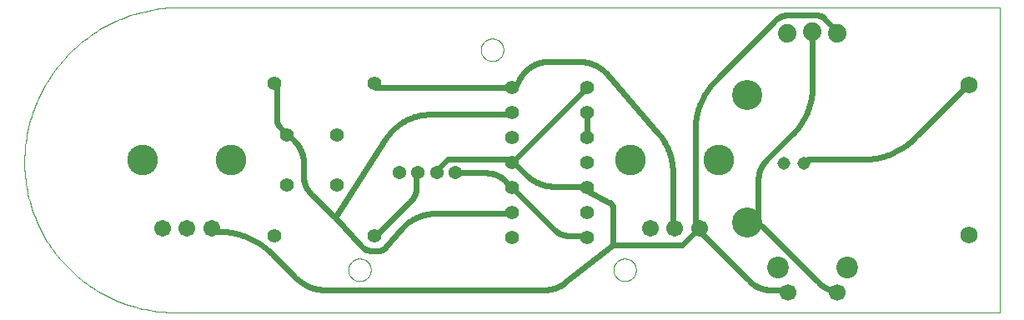
<source format=gtl>
G75*
%MOIN*%
%OFA0B0*%
%FSLAX25Y25*%
%IPPOS*%
%LPD*%
%AMOC8*
5,1,8,0,0,1.08239X$1,22.5*
%
%ADD10C,0.00000*%
%ADD11C,0.12000*%
%ADD12C,0.05600*%
%ADD13C,0.05156*%
%ADD14C,0.06900*%
%ADD15C,0.06731*%
%ADD16C,0.12268*%
%ADD17C,0.05400*%
%ADD18C,0.08661*%
%ADD19C,0.06693*%
%ADD20C,0.07400*%
%ADD21C,0.02400*%
D10*
X0067008Y0011800D02*
X0396564Y0011800D01*
X0396564Y0133847D01*
X0069822Y0133847D01*
X0189300Y0116800D02*
X0189302Y0116934D01*
X0189308Y0117068D01*
X0189318Y0117201D01*
X0189332Y0117335D01*
X0189350Y0117468D01*
X0189372Y0117600D01*
X0189397Y0117731D01*
X0189427Y0117862D01*
X0189461Y0117992D01*
X0189498Y0118120D01*
X0189539Y0118248D01*
X0189584Y0118374D01*
X0189633Y0118499D01*
X0189685Y0118622D01*
X0189741Y0118744D01*
X0189801Y0118864D01*
X0189864Y0118982D01*
X0189931Y0119098D01*
X0190001Y0119212D01*
X0190075Y0119324D01*
X0190152Y0119434D01*
X0190232Y0119542D01*
X0190315Y0119647D01*
X0190401Y0119749D01*
X0190490Y0119849D01*
X0190583Y0119946D01*
X0190678Y0120041D01*
X0190776Y0120132D01*
X0190876Y0120221D01*
X0190979Y0120306D01*
X0191085Y0120389D01*
X0191193Y0120468D01*
X0191303Y0120544D01*
X0191416Y0120617D01*
X0191531Y0120686D01*
X0191647Y0120752D01*
X0191766Y0120814D01*
X0191886Y0120873D01*
X0192009Y0120928D01*
X0192132Y0120980D01*
X0192257Y0121027D01*
X0192384Y0121071D01*
X0192512Y0121112D01*
X0192641Y0121148D01*
X0192771Y0121181D01*
X0192902Y0121209D01*
X0193033Y0121234D01*
X0193166Y0121255D01*
X0193299Y0121272D01*
X0193432Y0121285D01*
X0193566Y0121294D01*
X0193700Y0121299D01*
X0193834Y0121300D01*
X0193967Y0121297D01*
X0194101Y0121290D01*
X0194235Y0121279D01*
X0194368Y0121264D01*
X0194501Y0121245D01*
X0194633Y0121222D01*
X0194764Y0121196D01*
X0194894Y0121165D01*
X0195024Y0121130D01*
X0195152Y0121092D01*
X0195279Y0121050D01*
X0195405Y0121004D01*
X0195530Y0120954D01*
X0195653Y0120901D01*
X0195774Y0120844D01*
X0195894Y0120783D01*
X0196011Y0120719D01*
X0196127Y0120652D01*
X0196241Y0120581D01*
X0196352Y0120506D01*
X0196461Y0120429D01*
X0196568Y0120348D01*
X0196673Y0120264D01*
X0196774Y0120177D01*
X0196874Y0120087D01*
X0196970Y0119994D01*
X0197064Y0119898D01*
X0197155Y0119799D01*
X0197242Y0119698D01*
X0197327Y0119594D01*
X0197409Y0119488D01*
X0197487Y0119380D01*
X0197562Y0119269D01*
X0197634Y0119156D01*
X0197703Y0119040D01*
X0197768Y0118923D01*
X0197829Y0118804D01*
X0197887Y0118683D01*
X0197941Y0118561D01*
X0197992Y0118437D01*
X0198039Y0118311D01*
X0198082Y0118184D01*
X0198121Y0118056D01*
X0198157Y0117927D01*
X0198188Y0117797D01*
X0198216Y0117666D01*
X0198240Y0117534D01*
X0198260Y0117401D01*
X0198276Y0117268D01*
X0198288Y0117135D01*
X0198296Y0117001D01*
X0198300Y0116867D01*
X0198300Y0116733D01*
X0198296Y0116599D01*
X0198288Y0116465D01*
X0198276Y0116332D01*
X0198260Y0116199D01*
X0198240Y0116066D01*
X0198216Y0115934D01*
X0198188Y0115803D01*
X0198157Y0115673D01*
X0198121Y0115544D01*
X0198082Y0115416D01*
X0198039Y0115289D01*
X0197992Y0115163D01*
X0197941Y0115039D01*
X0197887Y0114917D01*
X0197829Y0114796D01*
X0197768Y0114677D01*
X0197703Y0114560D01*
X0197634Y0114444D01*
X0197562Y0114331D01*
X0197487Y0114220D01*
X0197409Y0114112D01*
X0197327Y0114006D01*
X0197242Y0113902D01*
X0197155Y0113801D01*
X0197064Y0113702D01*
X0196970Y0113606D01*
X0196874Y0113513D01*
X0196774Y0113423D01*
X0196673Y0113336D01*
X0196568Y0113252D01*
X0196461Y0113171D01*
X0196352Y0113094D01*
X0196241Y0113019D01*
X0196127Y0112948D01*
X0196011Y0112881D01*
X0195894Y0112817D01*
X0195774Y0112756D01*
X0195653Y0112699D01*
X0195530Y0112646D01*
X0195405Y0112596D01*
X0195279Y0112550D01*
X0195152Y0112508D01*
X0195024Y0112470D01*
X0194894Y0112435D01*
X0194764Y0112404D01*
X0194633Y0112378D01*
X0194501Y0112355D01*
X0194368Y0112336D01*
X0194235Y0112321D01*
X0194101Y0112310D01*
X0193967Y0112303D01*
X0193834Y0112300D01*
X0193700Y0112301D01*
X0193566Y0112306D01*
X0193432Y0112315D01*
X0193299Y0112328D01*
X0193166Y0112345D01*
X0193033Y0112366D01*
X0192902Y0112391D01*
X0192771Y0112419D01*
X0192641Y0112452D01*
X0192512Y0112488D01*
X0192384Y0112529D01*
X0192257Y0112573D01*
X0192132Y0112620D01*
X0192009Y0112672D01*
X0191886Y0112727D01*
X0191766Y0112786D01*
X0191647Y0112848D01*
X0191531Y0112914D01*
X0191416Y0112983D01*
X0191303Y0113056D01*
X0191193Y0113132D01*
X0191085Y0113211D01*
X0190979Y0113294D01*
X0190876Y0113379D01*
X0190776Y0113468D01*
X0190678Y0113559D01*
X0190583Y0113654D01*
X0190490Y0113751D01*
X0190401Y0113851D01*
X0190315Y0113953D01*
X0190232Y0114058D01*
X0190152Y0114166D01*
X0190075Y0114276D01*
X0190001Y0114388D01*
X0189931Y0114502D01*
X0189864Y0114618D01*
X0189801Y0114736D01*
X0189741Y0114856D01*
X0189685Y0114978D01*
X0189633Y0115101D01*
X0189584Y0115226D01*
X0189539Y0115352D01*
X0189498Y0115480D01*
X0189461Y0115608D01*
X0189427Y0115738D01*
X0189397Y0115869D01*
X0189372Y0116000D01*
X0189350Y0116132D01*
X0189332Y0116265D01*
X0189318Y0116399D01*
X0189308Y0116532D01*
X0189302Y0116666D01*
X0189300Y0116800D01*
X0069822Y0133848D02*
X0068319Y0133849D01*
X0066816Y0133815D01*
X0065314Y0133744D01*
X0063815Y0133637D01*
X0062319Y0133494D01*
X0060827Y0133314D01*
X0059339Y0133099D01*
X0057857Y0132848D01*
X0056381Y0132561D01*
X0054913Y0132238D01*
X0053454Y0131880D01*
X0052003Y0131487D01*
X0050562Y0131059D01*
X0049132Y0130596D01*
X0047713Y0130099D01*
X0046307Y0129568D01*
X0044914Y0129003D01*
X0043536Y0128404D01*
X0042172Y0127772D01*
X0040823Y0127108D01*
X0039492Y0126411D01*
X0038177Y0125682D01*
X0036880Y0124921D01*
X0035603Y0124130D01*
X0034344Y0123308D01*
X0033106Y0122455D01*
X0031889Y0121573D01*
X0030694Y0120662D01*
X0029521Y0119722D01*
X0028371Y0118754D01*
X0027244Y0117759D01*
X0026142Y0116737D01*
X0025065Y0115688D01*
X0024014Y0114614D01*
X0022989Y0113514D01*
X0021991Y0112390D01*
X0021020Y0111243D01*
X0020078Y0110072D01*
X0019164Y0108878D01*
X0018279Y0107663D01*
X0017423Y0106427D01*
X0016598Y0105171D01*
X0015804Y0103895D01*
X0015040Y0102601D01*
X0014308Y0101288D01*
X0013608Y0099958D01*
X0012940Y0098611D01*
X0012305Y0097249D01*
X0011703Y0095871D01*
X0011134Y0094480D01*
X0010600Y0093075D01*
X0010099Y0091658D01*
X0009633Y0090229D01*
X0009201Y0088789D01*
X0008805Y0087339D01*
X0008443Y0085880D01*
X0008117Y0084413D01*
X0007826Y0082938D01*
X0007572Y0081457D01*
X0007353Y0079970D01*
X0007170Y0078478D01*
X0007023Y0076982D01*
X0006912Y0075483D01*
X0006838Y0073981D01*
X0006799Y0072479D01*
X0006800Y0072479D02*
X0006800Y0072008D01*
X0006818Y0070553D01*
X0006870Y0069099D01*
X0006958Y0067647D01*
X0007081Y0066197D01*
X0007239Y0064751D01*
X0007432Y0063309D01*
X0007659Y0061872D01*
X0007922Y0060440D01*
X0008218Y0059016D01*
X0008550Y0057599D01*
X0008915Y0056191D01*
X0009314Y0054792D01*
X0009747Y0053403D01*
X0010213Y0052024D01*
X0010713Y0050658D01*
X0011245Y0049304D01*
X0011810Y0047963D01*
X0012407Y0046636D01*
X0013036Y0045324D01*
X0013696Y0044028D01*
X0014388Y0042748D01*
X0015111Y0041485D01*
X0015863Y0040240D01*
X0016646Y0039013D01*
X0017458Y0037806D01*
X0018299Y0036619D01*
X0019168Y0035452D01*
X0020065Y0034307D01*
X0020990Y0033183D01*
X0021942Y0032083D01*
X0022920Y0031005D01*
X0023923Y0029952D01*
X0024952Y0028923D01*
X0026005Y0027920D01*
X0027083Y0026942D01*
X0028183Y0025990D01*
X0029307Y0025065D01*
X0030452Y0024168D01*
X0031619Y0023299D01*
X0032806Y0022458D01*
X0034013Y0021646D01*
X0035240Y0020863D01*
X0036485Y0020111D01*
X0037748Y0019388D01*
X0039028Y0018696D01*
X0040324Y0018036D01*
X0041636Y0017407D01*
X0042963Y0016810D01*
X0044304Y0016245D01*
X0045658Y0015713D01*
X0047024Y0015213D01*
X0048403Y0014747D01*
X0049792Y0014314D01*
X0051191Y0013915D01*
X0052599Y0013550D01*
X0054016Y0013218D01*
X0055440Y0012922D01*
X0056872Y0012659D01*
X0058309Y0012432D01*
X0059751Y0012239D01*
X0061197Y0012081D01*
X0062647Y0011958D01*
X0064099Y0011870D01*
X0065553Y0011818D01*
X0067008Y0011800D01*
X0136300Y0028800D02*
X0136302Y0028934D01*
X0136308Y0029068D01*
X0136318Y0029201D01*
X0136332Y0029335D01*
X0136350Y0029468D01*
X0136372Y0029600D01*
X0136397Y0029731D01*
X0136427Y0029862D01*
X0136461Y0029992D01*
X0136498Y0030120D01*
X0136539Y0030248D01*
X0136584Y0030374D01*
X0136633Y0030499D01*
X0136685Y0030622D01*
X0136741Y0030744D01*
X0136801Y0030864D01*
X0136864Y0030982D01*
X0136931Y0031098D01*
X0137001Y0031212D01*
X0137075Y0031324D01*
X0137152Y0031434D01*
X0137232Y0031542D01*
X0137315Y0031647D01*
X0137401Y0031749D01*
X0137490Y0031849D01*
X0137583Y0031946D01*
X0137678Y0032041D01*
X0137776Y0032132D01*
X0137876Y0032221D01*
X0137979Y0032306D01*
X0138085Y0032389D01*
X0138193Y0032468D01*
X0138303Y0032544D01*
X0138416Y0032617D01*
X0138531Y0032686D01*
X0138647Y0032752D01*
X0138766Y0032814D01*
X0138886Y0032873D01*
X0139009Y0032928D01*
X0139132Y0032980D01*
X0139257Y0033027D01*
X0139384Y0033071D01*
X0139512Y0033112D01*
X0139641Y0033148D01*
X0139771Y0033181D01*
X0139902Y0033209D01*
X0140033Y0033234D01*
X0140166Y0033255D01*
X0140299Y0033272D01*
X0140432Y0033285D01*
X0140566Y0033294D01*
X0140700Y0033299D01*
X0140834Y0033300D01*
X0140967Y0033297D01*
X0141101Y0033290D01*
X0141235Y0033279D01*
X0141368Y0033264D01*
X0141501Y0033245D01*
X0141633Y0033222D01*
X0141764Y0033196D01*
X0141894Y0033165D01*
X0142024Y0033130D01*
X0142152Y0033092D01*
X0142279Y0033050D01*
X0142405Y0033004D01*
X0142530Y0032954D01*
X0142653Y0032901D01*
X0142774Y0032844D01*
X0142894Y0032783D01*
X0143011Y0032719D01*
X0143127Y0032652D01*
X0143241Y0032581D01*
X0143352Y0032506D01*
X0143461Y0032429D01*
X0143568Y0032348D01*
X0143673Y0032264D01*
X0143774Y0032177D01*
X0143874Y0032087D01*
X0143970Y0031994D01*
X0144064Y0031898D01*
X0144155Y0031799D01*
X0144242Y0031698D01*
X0144327Y0031594D01*
X0144409Y0031488D01*
X0144487Y0031380D01*
X0144562Y0031269D01*
X0144634Y0031156D01*
X0144703Y0031040D01*
X0144768Y0030923D01*
X0144829Y0030804D01*
X0144887Y0030683D01*
X0144941Y0030561D01*
X0144992Y0030437D01*
X0145039Y0030311D01*
X0145082Y0030184D01*
X0145121Y0030056D01*
X0145157Y0029927D01*
X0145188Y0029797D01*
X0145216Y0029666D01*
X0145240Y0029534D01*
X0145260Y0029401D01*
X0145276Y0029268D01*
X0145288Y0029135D01*
X0145296Y0029001D01*
X0145300Y0028867D01*
X0145300Y0028733D01*
X0145296Y0028599D01*
X0145288Y0028465D01*
X0145276Y0028332D01*
X0145260Y0028199D01*
X0145240Y0028066D01*
X0145216Y0027934D01*
X0145188Y0027803D01*
X0145157Y0027673D01*
X0145121Y0027544D01*
X0145082Y0027416D01*
X0145039Y0027289D01*
X0144992Y0027163D01*
X0144941Y0027039D01*
X0144887Y0026917D01*
X0144829Y0026796D01*
X0144768Y0026677D01*
X0144703Y0026560D01*
X0144634Y0026444D01*
X0144562Y0026331D01*
X0144487Y0026220D01*
X0144409Y0026112D01*
X0144327Y0026006D01*
X0144242Y0025902D01*
X0144155Y0025801D01*
X0144064Y0025702D01*
X0143970Y0025606D01*
X0143874Y0025513D01*
X0143774Y0025423D01*
X0143673Y0025336D01*
X0143568Y0025252D01*
X0143461Y0025171D01*
X0143352Y0025094D01*
X0143241Y0025019D01*
X0143127Y0024948D01*
X0143011Y0024881D01*
X0142894Y0024817D01*
X0142774Y0024756D01*
X0142653Y0024699D01*
X0142530Y0024646D01*
X0142405Y0024596D01*
X0142279Y0024550D01*
X0142152Y0024508D01*
X0142024Y0024470D01*
X0141894Y0024435D01*
X0141764Y0024404D01*
X0141633Y0024378D01*
X0141501Y0024355D01*
X0141368Y0024336D01*
X0141235Y0024321D01*
X0141101Y0024310D01*
X0140967Y0024303D01*
X0140834Y0024300D01*
X0140700Y0024301D01*
X0140566Y0024306D01*
X0140432Y0024315D01*
X0140299Y0024328D01*
X0140166Y0024345D01*
X0140033Y0024366D01*
X0139902Y0024391D01*
X0139771Y0024419D01*
X0139641Y0024452D01*
X0139512Y0024488D01*
X0139384Y0024529D01*
X0139257Y0024573D01*
X0139132Y0024620D01*
X0139009Y0024672D01*
X0138886Y0024727D01*
X0138766Y0024786D01*
X0138647Y0024848D01*
X0138531Y0024914D01*
X0138416Y0024983D01*
X0138303Y0025056D01*
X0138193Y0025132D01*
X0138085Y0025211D01*
X0137979Y0025294D01*
X0137876Y0025379D01*
X0137776Y0025468D01*
X0137678Y0025559D01*
X0137583Y0025654D01*
X0137490Y0025751D01*
X0137401Y0025851D01*
X0137315Y0025953D01*
X0137232Y0026058D01*
X0137152Y0026166D01*
X0137075Y0026276D01*
X0137001Y0026388D01*
X0136931Y0026502D01*
X0136864Y0026618D01*
X0136801Y0026736D01*
X0136741Y0026856D01*
X0136685Y0026978D01*
X0136633Y0027101D01*
X0136584Y0027226D01*
X0136539Y0027352D01*
X0136498Y0027480D01*
X0136461Y0027608D01*
X0136427Y0027738D01*
X0136397Y0027869D01*
X0136372Y0028000D01*
X0136350Y0028132D01*
X0136332Y0028265D01*
X0136318Y0028399D01*
X0136308Y0028532D01*
X0136302Y0028666D01*
X0136300Y0028800D01*
X0242300Y0028800D02*
X0242302Y0028934D01*
X0242308Y0029068D01*
X0242318Y0029201D01*
X0242332Y0029335D01*
X0242350Y0029468D01*
X0242372Y0029600D01*
X0242397Y0029731D01*
X0242427Y0029862D01*
X0242461Y0029992D01*
X0242498Y0030120D01*
X0242539Y0030248D01*
X0242584Y0030374D01*
X0242633Y0030499D01*
X0242685Y0030622D01*
X0242741Y0030744D01*
X0242801Y0030864D01*
X0242864Y0030982D01*
X0242931Y0031098D01*
X0243001Y0031212D01*
X0243075Y0031324D01*
X0243152Y0031434D01*
X0243232Y0031542D01*
X0243315Y0031647D01*
X0243401Y0031749D01*
X0243490Y0031849D01*
X0243583Y0031946D01*
X0243678Y0032041D01*
X0243776Y0032132D01*
X0243876Y0032221D01*
X0243979Y0032306D01*
X0244085Y0032389D01*
X0244193Y0032468D01*
X0244303Y0032544D01*
X0244416Y0032617D01*
X0244531Y0032686D01*
X0244647Y0032752D01*
X0244766Y0032814D01*
X0244886Y0032873D01*
X0245009Y0032928D01*
X0245132Y0032980D01*
X0245257Y0033027D01*
X0245384Y0033071D01*
X0245512Y0033112D01*
X0245641Y0033148D01*
X0245771Y0033181D01*
X0245902Y0033209D01*
X0246033Y0033234D01*
X0246166Y0033255D01*
X0246299Y0033272D01*
X0246432Y0033285D01*
X0246566Y0033294D01*
X0246700Y0033299D01*
X0246834Y0033300D01*
X0246967Y0033297D01*
X0247101Y0033290D01*
X0247235Y0033279D01*
X0247368Y0033264D01*
X0247501Y0033245D01*
X0247633Y0033222D01*
X0247764Y0033196D01*
X0247894Y0033165D01*
X0248024Y0033130D01*
X0248152Y0033092D01*
X0248279Y0033050D01*
X0248405Y0033004D01*
X0248530Y0032954D01*
X0248653Y0032901D01*
X0248774Y0032844D01*
X0248894Y0032783D01*
X0249011Y0032719D01*
X0249127Y0032652D01*
X0249241Y0032581D01*
X0249352Y0032506D01*
X0249461Y0032429D01*
X0249568Y0032348D01*
X0249673Y0032264D01*
X0249774Y0032177D01*
X0249874Y0032087D01*
X0249970Y0031994D01*
X0250064Y0031898D01*
X0250155Y0031799D01*
X0250242Y0031698D01*
X0250327Y0031594D01*
X0250409Y0031488D01*
X0250487Y0031380D01*
X0250562Y0031269D01*
X0250634Y0031156D01*
X0250703Y0031040D01*
X0250768Y0030923D01*
X0250829Y0030804D01*
X0250887Y0030683D01*
X0250941Y0030561D01*
X0250992Y0030437D01*
X0251039Y0030311D01*
X0251082Y0030184D01*
X0251121Y0030056D01*
X0251157Y0029927D01*
X0251188Y0029797D01*
X0251216Y0029666D01*
X0251240Y0029534D01*
X0251260Y0029401D01*
X0251276Y0029268D01*
X0251288Y0029135D01*
X0251296Y0029001D01*
X0251300Y0028867D01*
X0251300Y0028733D01*
X0251296Y0028599D01*
X0251288Y0028465D01*
X0251276Y0028332D01*
X0251260Y0028199D01*
X0251240Y0028066D01*
X0251216Y0027934D01*
X0251188Y0027803D01*
X0251157Y0027673D01*
X0251121Y0027544D01*
X0251082Y0027416D01*
X0251039Y0027289D01*
X0250992Y0027163D01*
X0250941Y0027039D01*
X0250887Y0026917D01*
X0250829Y0026796D01*
X0250768Y0026677D01*
X0250703Y0026560D01*
X0250634Y0026444D01*
X0250562Y0026331D01*
X0250487Y0026220D01*
X0250409Y0026112D01*
X0250327Y0026006D01*
X0250242Y0025902D01*
X0250155Y0025801D01*
X0250064Y0025702D01*
X0249970Y0025606D01*
X0249874Y0025513D01*
X0249774Y0025423D01*
X0249673Y0025336D01*
X0249568Y0025252D01*
X0249461Y0025171D01*
X0249352Y0025094D01*
X0249241Y0025019D01*
X0249127Y0024948D01*
X0249011Y0024881D01*
X0248894Y0024817D01*
X0248774Y0024756D01*
X0248653Y0024699D01*
X0248530Y0024646D01*
X0248405Y0024596D01*
X0248279Y0024550D01*
X0248152Y0024508D01*
X0248024Y0024470D01*
X0247894Y0024435D01*
X0247764Y0024404D01*
X0247633Y0024378D01*
X0247501Y0024355D01*
X0247368Y0024336D01*
X0247235Y0024321D01*
X0247101Y0024310D01*
X0246967Y0024303D01*
X0246834Y0024300D01*
X0246700Y0024301D01*
X0246566Y0024306D01*
X0246432Y0024315D01*
X0246299Y0024328D01*
X0246166Y0024345D01*
X0246033Y0024366D01*
X0245902Y0024391D01*
X0245771Y0024419D01*
X0245641Y0024452D01*
X0245512Y0024488D01*
X0245384Y0024529D01*
X0245257Y0024573D01*
X0245132Y0024620D01*
X0245009Y0024672D01*
X0244886Y0024727D01*
X0244766Y0024786D01*
X0244647Y0024848D01*
X0244531Y0024914D01*
X0244416Y0024983D01*
X0244303Y0025056D01*
X0244193Y0025132D01*
X0244085Y0025211D01*
X0243979Y0025294D01*
X0243876Y0025379D01*
X0243776Y0025468D01*
X0243678Y0025559D01*
X0243583Y0025654D01*
X0243490Y0025751D01*
X0243401Y0025851D01*
X0243315Y0025953D01*
X0243232Y0026058D01*
X0243152Y0026166D01*
X0243075Y0026276D01*
X0243001Y0026388D01*
X0242931Y0026502D01*
X0242864Y0026618D01*
X0242801Y0026736D01*
X0242741Y0026856D01*
X0242685Y0026978D01*
X0242633Y0027101D01*
X0242584Y0027226D01*
X0242539Y0027352D01*
X0242498Y0027480D01*
X0242461Y0027608D01*
X0242427Y0027738D01*
X0242397Y0027869D01*
X0242372Y0028000D01*
X0242350Y0028132D01*
X0242332Y0028265D01*
X0242318Y0028399D01*
X0242308Y0028532D01*
X0242302Y0028666D01*
X0242300Y0028800D01*
D11*
X0295800Y0047800D03*
X0295800Y0098800D03*
D12*
X0231800Y0101800D03*
X0231800Y0091800D03*
X0231800Y0081800D03*
X0231800Y0071800D03*
X0231800Y0061800D03*
X0231800Y0051800D03*
X0231800Y0041800D03*
X0201800Y0041800D03*
X0201800Y0051800D03*
X0201800Y0061800D03*
X0201800Y0071800D03*
X0201800Y0081800D03*
X0201800Y0091800D03*
X0201800Y0101800D03*
X0146800Y0103300D03*
X0106800Y0103300D03*
X0111800Y0082800D03*
X0131800Y0082800D03*
X0131800Y0062800D03*
X0111800Y0062800D03*
X0106800Y0042300D03*
X0146800Y0042300D03*
D13*
X0310363Y0071300D03*
X0318237Y0071300D03*
D14*
X0384261Y0042824D03*
X0384261Y0102824D03*
D15*
X0276643Y0045265D03*
X0266800Y0045265D03*
X0256957Y0045265D03*
X0081643Y0045265D03*
X0071800Y0045265D03*
X0061957Y0045265D03*
D16*
X0054083Y0072824D03*
X0089517Y0072824D03*
X0249083Y0072824D03*
X0284517Y0072824D03*
D17*
X0179202Y0067824D03*
X0171702Y0067824D03*
X0164202Y0067824D03*
X0156702Y0067824D03*
D18*
X0308020Y0029643D03*
X0335580Y0029643D03*
D19*
X0331643Y0019800D03*
X0311957Y0019800D03*
D20*
X0311800Y0123406D03*
X0321800Y0124194D03*
X0331800Y0123406D03*
D21*
X0330800Y0125200D01*
X0326511Y0129489D01*
X0323828Y0130600D02*
X0311107Y0130600D01*
X0307851Y0129251D02*
X0282991Y0104391D01*
X0313824Y0083023D02*
X0314276Y0083487D01*
X0314718Y0083961D01*
X0315148Y0084446D01*
X0315567Y0084941D01*
X0315974Y0085446D01*
X0316368Y0085960D01*
X0316750Y0086483D01*
X0317120Y0087016D01*
X0317477Y0087557D01*
X0317821Y0088106D01*
X0318151Y0088664D01*
X0318469Y0089229D01*
X0318773Y0089801D01*
X0319063Y0090381D01*
X0319339Y0090967D01*
X0319601Y0091560D01*
X0319849Y0092159D01*
X0320083Y0092763D01*
X0320302Y0093373D01*
X0320507Y0093988D01*
X0320697Y0094608D01*
X0320872Y0095232D01*
X0321032Y0095860D01*
X0321178Y0096491D01*
X0321308Y0097126D01*
X0321423Y0097764D01*
X0321523Y0098404D01*
X0321607Y0099047D01*
X0321677Y0099691D01*
X0321731Y0100337D01*
X0321769Y0100984D01*
X0321792Y0101632D01*
X0321800Y0102280D01*
X0321800Y0124194D01*
X0323828Y0130600D02*
X0323947Y0130598D01*
X0324066Y0130593D01*
X0324185Y0130583D01*
X0324304Y0130570D01*
X0324422Y0130553D01*
X0324539Y0130533D01*
X0324656Y0130509D01*
X0324772Y0130481D01*
X0324887Y0130449D01*
X0325001Y0130414D01*
X0325114Y0130376D01*
X0325225Y0130334D01*
X0325335Y0130288D01*
X0325444Y0130239D01*
X0325551Y0130186D01*
X0325656Y0130131D01*
X0325760Y0130072D01*
X0325861Y0130009D01*
X0325961Y0129944D01*
X0326059Y0129875D01*
X0326154Y0129804D01*
X0326247Y0129729D01*
X0326338Y0129652D01*
X0326426Y0129571D01*
X0326511Y0129488D01*
X0311107Y0130600D02*
X0310973Y0130598D01*
X0310839Y0130592D01*
X0310706Y0130582D01*
X0310573Y0130569D01*
X0310440Y0130551D01*
X0310308Y0130530D01*
X0310176Y0130505D01*
X0310045Y0130476D01*
X0309915Y0130443D01*
X0309787Y0130407D01*
X0309659Y0130366D01*
X0309532Y0130322D01*
X0309407Y0130275D01*
X0309283Y0130223D01*
X0309161Y0130169D01*
X0309041Y0130110D01*
X0308922Y0130048D01*
X0308805Y0129983D01*
X0308690Y0129915D01*
X0308577Y0129843D01*
X0308466Y0129767D01*
X0308358Y0129689D01*
X0308251Y0129607D01*
X0308148Y0129523D01*
X0308046Y0129435D01*
X0307948Y0129345D01*
X0307851Y0129252D01*
X0260142Y0083415D02*
X0240133Y0106694D01*
X0231800Y0101800D02*
X0201800Y0071800D01*
X0203000Y0071200D01*
X0207499Y0066701D01*
X0201200Y0062200D02*
X0198936Y0064464D01*
X0201200Y0062200D02*
X0201800Y0061800D01*
X0203000Y0060400D01*
X0218237Y0045163D01*
X0224908Y0042400D02*
X0231800Y0042400D01*
X0231800Y0041800D01*
X0242200Y0038800D02*
X0269600Y0038800D01*
X0275000Y0044200D01*
X0276643Y0045265D01*
X0275000Y0046000D01*
X0275000Y0085099D01*
X0275008Y0085769D01*
X0275033Y0086438D01*
X0275074Y0087106D01*
X0275131Y0087773D01*
X0275205Y0088439D01*
X0275295Y0089102D01*
X0275402Y0089764D01*
X0275524Y0090422D01*
X0275663Y0091077D01*
X0275818Y0091728D01*
X0275988Y0092376D01*
X0276175Y0093019D01*
X0276377Y0093657D01*
X0276595Y0094291D01*
X0276828Y0094918D01*
X0277077Y0095540D01*
X0277341Y0096156D01*
X0277620Y0096764D01*
X0277913Y0097366D01*
X0278222Y0097961D01*
X0278545Y0098547D01*
X0278882Y0099126D01*
X0279233Y0099696D01*
X0279598Y0100257D01*
X0279977Y0100809D01*
X0280369Y0101352D01*
X0280775Y0101885D01*
X0281193Y0102408D01*
X0281624Y0102920D01*
X0282068Y0103422D01*
X0282524Y0103912D01*
X0282991Y0104392D01*
X0231800Y0091800D02*
X0231800Y0081800D01*
X0218366Y0062200D02*
X0218000Y0062204D01*
X0217635Y0062217D01*
X0217270Y0062239D01*
X0216905Y0062270D01*
X0216541Y0062309D01*
X0216179Y0062356D01*
X0215817Y0062413D01*
X0215457Y0062478D01*
X0215099Y0062551D01*
X0214743Y0062633D01*
X0214388Y0062724D01*
X0214036Y0062823D01*
X0213686Y0062930D01*
X0213339Y0063045D01*
X0212995Y0063169D01*
X0212654Y0063301D01*
X0212316Y0063441D01*
X0211981Y0063589D01*
X0211651Y0063745D01*
X0211324Y0063908D01*
X0211000Y0064080D01*
X0210682Y0064259D01*
X0210367Y0064446D01*
X0210057Y0064640D01*
X0209752Y0064841D01*
X0209451Y0065050D01*
X0209156Y0065265D01*
X0208866Y0065488D01*
X0208581Y0065718D01*
X0208301Y0065954D01*
X0208028Y0066197D01*
X0207760Y0066446D01*
X0207498Y0066701D01*
X0201800Y0071800D02*
X0201200Y0073000D01*
X0176000Y0073000D01*
X0172400Y0069400D01*
X0171702Y0067824D01*
X0169122Y0091000D02*
X0168599Y0090994D01*
X0168076Y0090974D01*
X0167554Y0090942D01*
X0167033Y0090898D01*
X0166513Y0090840D01*
X0165995Y0090770D01*
X0165479Y0090687D01*
X0164964Y0090592D01*
X0164453Y0090484D01*
X0163944Y0090363D01*
X0163438Y0090230D01*
X0162935Y0090085D01*
X0162436Y0089928D01*
X0161942Y0089758D01*
X0161451Y0089576D01*
X0160965Y0089383D01*
X0160484Y0089177D01*
X0160009Y0088960D01*
X0159538Y0088731D01*
X0159074Y0088491D01*
X0158615Y0088240D01*
X0158163Y0087977D01*
X0157717Y0087704D01*
X0157278Y0087419D01*
X0156846Y0087124D01*
X0156422Y0086818D01*
X0156005Y0086503D01*
X0155596Y0086177D01*
X0155195Y0085841D01*
X0154802Y0085495D01*
X0154418Y0085140D01*
X0154043Y0084776D01*
X0153677Y0084402D01*
X0153320Y0084020D01*
X0152972Y0083629D01*
X0152634Y0083230D01*
X0152306Y0082822D01*
X0151988Y0082407D01*
X0151681Y0081984D01*
X0151384Y0081554D01*
X0151097Y0081116D01*
X0131000Y0049600D01*
X0121205Y0059395D01*
X0118400Y0066167D02*
X0118400Y0071400D01*
X0118400Y0066167D02*
X0118403Y0065939D01*
X0118411Y0065711D01*
X0118424Y0065484D01*
X0118443Y0065257D01*
X0118468Y0065030D01*
X0118497Y0064804D01*
X0118533Y0064579D01*
X0118573Y0064355D01*
X0118619Y0064131D01*
X0118670Y0063909D01*
X0118726Y0063688D01*
X0118788Y0063469D01*
X0118855Y0063251D01*
X0118927Y0063035D01*
X0119004Y0062820D01*
X0119086Y0062608D01*
X0119173Y0062397D01*
X0119265Y0062189D01*
X0119363Y0061982D01*
X0119465Y0061779D01*
X0119571Y0061577D01*
X0119683Y0061378D01*
X0119799Y0061182D01*
X0119920Y0060989D01*
X0120046Y0060799D01*
X0120176Y0060612D01*
X0120310Y0060428D01*
X0120449Y0060247D01*
X0120592Y0060069D01*
X0120739Y0059895D01*
X0120890Y0059725D01*
X0121046Y0059558D01*
X0121205Y0059395D01*
X0131000Y0049600D02*
X0141480Y0038254D01*
X0145488Y0036500D02*
X0148496Y0036500D01*
X0150964Y0037654D02*
X0157574Y0045574D01*
X0147200Y0042400D02*
X0146800Y0042300D01*
X0147200Y0042400D02*
X0161252Y0056452D01*
X0171640Y0051400D02*
X0201200Y0051400D01*
X0201800Y0051800D01*
X0198936Y0064464D02*
X0198754Y0064642D01*
X0198567Y0064816D01*
X0198377Y0064985D01*
X0198182Y0065149D01*
X0197984Y0065309D01*
X0197781Y0065464D01*
X0197576Y0065615D01*
X0197366Y0065760D01*
X0197154Y0065900D01*
X0196938Y0066036D01*
X0196719Y0066166D01*
X0196496Y0066290D01*
X0196271Y0066410D01*
X0196043Y0066524D01*
X0195813Y0066632D01*
X0195580Y0066736D01*
X0195344Y0066833D01*
X0195107Y0066925D01*
X0194867Y0067011D01*
X0194625Y0067092D01*
X0194382Y0067166D01*
X0194136Y0067235D01*
X0193889Y0067298D01*
X0193641Y0067355D01*
X0193391Y0067407D01*
X0193141Y0067452D01*
X0192889Y0067491D01*
X0192636Y0067524D01*
X0192383Y0067552D01*
X0192129Y0067573D01*
X0191874Y0067588D01*
X0191620Y0067597D01*
X0191365Y0067600D01*
X0179600Y0067600D01*
X0179202Y0067824D01*
X0164202Y0067824D02*
X0163400Y0067600D01*
X0163400Y0061638D01*
X0163398Y0061463D01*
X0163392Y0061289D01*
X0163381Y0061115D01*
X0163367Y0060941D01*
X0163348Y0060767D01*
X0163325Y0060594D01*
X0163298Y0060422D01*
X0163267Y0060250D01*
X0163232Y0060079D01*
X0163193Y0059909D01*
X0163150Y0059740D01*
X0163103Y0059571D01*
X0163052Y0059405D01*
X0162997Y0059239D01*
X0162938Y0059075D01*
X0162875Y0058912D01*
X0162808Y0058751D01*
X0162737Y0058591D01*
X0162663Y0058433D01*
X0162585Y0058277D01*
X0162503Y0058123D01*
X0162417Y0057970D01*
X0162328Y0057820D01*
X0162236Y0057672D01*
X0162139Y0057527D01*
X0162040Y0057383D01*
X0161937Y0057242D01*
X0161831Y0057104D01*
X0161721Y0056968D01*
X0161608Y0056835D01*
X0161493Y0056704D01*
X0161374Y0056576D01*
X0161252Y0056451D01*
X0145488Y0036500D02*
X0145343Y0036502D01*
X0145198Y0036508D01*
X0145053Y0036517D01*
X0144908Y0036531D01*
X0144764Y0036548D01*
X0144620Y0036569D01*
X0144477Y0036594D01*
X0144335Y0036623D01*
X0144193Y0036656D01*
X0144053Y0036692D01*
X0143913Y0036732D01*
X0143775Y0036776D01*
X0143637Y0036823D01*
X0143501Y0036874D01*
X0143367Y0036929D01*
X0143234Y0036987D01*
X0143102Y0037049D01*
X0142973Y0037114D01*
X0142845Y0037183D01*
X0142719Y0037255D01*
X0142594Y0037330D01*
X0142472Y0037409D01*
X0142352Y0037491D01*
X0142235Y0037576D01*
X0142119Y0037664D01*
X0142006Y0037755D01*
X0141895Y0037849D01*
X0141787Y0037946D01*
X0141682Y0038046D01*
X0141579Y0038149D01*
X0141479Y0038254D01*
X0148496Y0036500D02*
X0148609Y0036502D01*
X0148721Y0036508D01*
X0148833Y0036518D01*
X0148945Y0036531D01*
X0149056Y0036549D01*
X0149166Y0036571D01*
X0149276Y0036596D01*
X0149384Y0036625D01*
X0149492Y0036658D01*
X0149598Y0036695D01*
X0149703Y0036735D01*
X0149807Y0036779D01*
X0149909Y0036827D01*
X0150009Y0036878D01*
X0150107Y0036933D01*
X0150204Y0036991D01*
X0150298Y0037053D01*
X0150390Y0037117D01*
X0150480Y0037185D01*
X0150567Y0037256D01*
X0150652Y0037330D01*
X0150734Y0037407D01*
X0150813Y0037487D01*
X0150890Y0037569D01*
X0150963Y0037654D01*
X0157574Y0045573D02*
X0157912Y0045904D01*
X0158259Y0046227D01*
X0158613Y0046541D01*
X0158974Y0046847D01*
X0159343Y0047144D01*
X0159719Y0047432D01*
X0160101Y0047711D01*
X0160490Y0047981D01*
X0160885Y0048242D01*
X0161286Y0048493D01*
X0161693Y0048735D01*
X0162106Y0048967D01*
X0162524Y0049189D01*
X0162948Y0049401D01*
X0163376Y0049602D01*
X0163809Y0049794D01*
X0164247Y0049975D01*
X0164688Y0050146D01*
X0165134Y0050306D01*
X0165583Y0050455D01*
X0166035Y0050594D01*
X0166491Y0050722D01*
X0166950Y0050839D01*
X0167411Y0050945D01*
X0167875Y0051041D01*
X0168341Y0051125D01*
X0168809Y0051198D01*
X0169278Y0051259D01*
X0169749Y0051310D01*
X0170221Y0051349D01*
X0170693Y0051377D01*
X0171167Y0051394D01*
X0171640Y0051400D01*
X0126860Y0020800D02*
X0126465Y0020805D01*
X0126071Y0020819D01*
X0125677Y0020844D01*
X0125284Y0020877D01*
X0124892Y0020921D01*
X0124501Y0020974D01*
X0124111Y0021037D01*
X0123723Y0021109D01*
X0123337Y0021191D01*
X0122953Y0021282D01*
X0122571Y0021382D01*
X0122192Y0021492D01*
X0121816Y0021612D01*
X0121443Y0021740D01*
X0121073Y0021877D01*
X0120706Y0022024D01*
X0120344Y0022180D01*
X0119985Y0022344D01*
X0119630Y0022517D01*
X0119280Y0022699D01*
X0118934Y0022889D01*
X0118593Y0023088D01*
X0118257Y0023295D01*
X0117926Y0023510D01*
X0117601Y0023733D01*
X0117281Y0023964D01*
X0116967Y0024203D01*
X0116659Y0024450D01*
X0116357Y0024704D01*
X0116061Y0024966D01*
X0115772Y0025234D01*
X0115490Y0025510D01*
X0105595Y0035405D01*
X0084361Y0044200D02*
X0082400Y0044200D01*
X0081643Y0045265D01*
X0126860Y0020800D02*
X0214629Y0020800D01*
X0222800Y0023617D02*
X0242200Y0038800D01*
X0242200Y0053041D01*
X0242198Y0053151D01*
X0242192Y0053261D01*
X0242183Y0053371D01*
X0242170Y0053480D01*
X0242153Y0053589D01*
X0242133Y0053697D01*
X0242108Y0053804D01*
X0242081Y0053910D01*
X0242049Y0054016D01*
X0242014Y0054120D01*
X0241975Y0054223D01*
X0241933Y0054325D01*
X0241888Y0054425D01*
X0241839Y0054524D01*
X0241787Y0054620D01*
X0241731Y0054715D01*
X0241672Y0054809D01*
X0241611Y0054900D01*
X0241546Y0054988D01*
X0241478Y0055075D01*
X0241407Y0055159D01*
X0241333Y0055241D01*
X0241257Y0055320D01*
X0241178Y0055397D01*
X0241096Y0055470D01*
X0241012Y0055541D01*
X0240925Y0055609D01*
X0240837Y0055674D01*
X0240746Y0055736D01*
X0240653Y0055795D01*
X0240558Y0055851D01*
X0240461Y0055903D01*
X0231800Y0060400D01*
X0231800Y0061800D01*
X0231800Y0062200D01*
X0218366Y0062200D01*
X0260142Y0083415D02*
X0260523Y0082960D01*
X0260893Y0082496D01*
X0261252Y0082023D01*
X0261599Y0081542D01*
X0261934Y0081052D01*
X0262257Y0080554D01*
X0262568Y0080048D01*
X0262866Y0079535D01*
X0263151Y0079015D01*
X0263424Y0078488D01*
X0263684Y0077954D01*
X0263930Y0077414D01*
X0264164Y0076868D01*
X0264384Y0076317D01*
X0264590Y0075761D01*
X0264782Y0075199D01*
X0264961Y0074633D01*
X0265126Y0074063D01*
X0265277Y0073489D01*
X0265414Y0072912D01*
X0265536Y0072331D01*
X0265645Y0071747D01*
X0265739Y0071161D01*
X0265819Y0070573D01*
X0265884Y0069983D01*
X0265935Y0069392D01*
X0265971Y0068800D01*
X0265993Y0068206D01*
X0266000Y0067613D01*
X0266000Y0046000D01*
X0266800Y0045265D01*
X0276643Y0045265D02*
X0276800Y0044200D01*
X0296944Y0024056D01*
X0304804Y0020800D02*
X0311000Y0020800D01*
X0311957Y0019800D01*
X0324654Y0023346D02*
X0300200Y0047800D01*
X0295800Y0047800D01*
X0300200Y0047800D02*
X0300200Y0065231D01*
X0300203Y0065478D01*
X0300212Y0065725D01*
X0300227Y0065972D01*
X0300248Y0066218D01*
X0300276Y0066463D01*
X0300309Y0066708D01*
X0300348Y0066952D01*
X0300393Y0067195D01*
X0300445Y0067436D01*
X0300502Y0067677D01*
X0300565Y0067916D01*
X0300633Y0068153D01*
X0300708Y0068389D01*
X0300788Y0068622D01*
X0300874Y0068854D01*
X0300966Y0069083D01*
X0301064Y0069310D01*
X0301166Y0069535D01*
X0301275Y0069757D01*
X0301389Y0069976D01*
X0301508Y0070193D01*
X0301632Y0070406D01*
X0301762Y0070616D01*
X0301896Y0070823D01*
X0302036Y0071027D01*
X0302181Y0071227D01*
X0302331Y0071424D01*
X0302485Y0071617D01*
X0302644Y0071806D01*
X0302808Y0071991D01*
X0302976Y0072172D01*
X0303148Y0072349D01*
X0303148Y0072348D02*
X0313824Y0083024D01*
X0320000Y0073000D02*
X0318237Y0071300D01*
X0320000Y0073000D02*
X0341988Y0073000D01*
X0362835Y0081635D02*
X0383000Y0101800D01*
X0384261Y0102824D01*
X0362835Y0081635D02*
X0362333Y0081145D01*
X0361819Y0080667D01*
X0361295Y0080201D01*
X0360759Y0079748D01*
X0360213Y0079308D01*
X0359656Y0078880D01*
X0359089Y0078467D01*
X0358513Y0078067D01*
X0357927Y0077680D01*
X0357332Y0077308D01*
X0356729Y0076950D01*
X0356117Y0076606D01*
X0355497Y0076277D01*
X0354870Y0075963D01*
X0354235Y0075664D01*
X0353594Y0075380D01*
X0352945Y0075112D01*
X0352291Y0074859D01*
X0351631Y0074621D01*
X0350965Y0074400D01*
X0350294Y0074194D01*
X0349619Y0074005D01*
X0348939Y0073831D01*
X0348255Y0073674D01*
X0347568Y0073533D01*
X0346877Y0073408D01*
X0346184Y0073300D01*
X0345488Y0073209D01*
X0344790Y0073133D01*
X0344091Y0073075D01*
X0343391Y0073033D01*
X0342690Y0073008D01*
X0341988Y0073000D01*
X0240132Y0106694D02*
X0239882Y0106978D01*
X0239626Y0107255D01*
X0239363Y0107527D01*
X0239093Y0107792D01*
X0238817Y0108051D01*
X0238535Y0108303D01*
X0238247Y0108548D01*
X0237954Y0108786D01*
X0237654Y0109017D01*
X0237350Y0109241D01*
X0237040Y0109458D01*
X0236725Y0109667D01*
X0236405Y0109868D01*
X0236080Y0110062D01*
X0235751Y0110248D01*
X0235417Y0110426D01*
X0235079Y0110596D01*
X0234737Y0110758D01*
X0234392Y0110911D01*
X0234043Y0111057D01*
X0233690Y0111194D01*
X0233335Y0111322D01*
X0232976Y0111442D01*
X0232615Y0111553D01*
X0232251Y0111656D01*
X0231885Y0111750D01*
X0231516Y0111835D01*
X0231146Y0111912D01*
X0230774Y0111979D01*
X0230400Y0112038D01*
X0230025Y0112087D01*
X0229649Y0112128D01*
X0229272Y0112159D01*
X0228895Y0112182D01*
X0228517Y0112195D01*
X0228139Y0112200D01*
X0216522Y0112200D01*
X0204657Y0104992D02*
X0203000Y0101800D01*
X0201800Y0101800D01*
X0147200Y0101800D01*
X0146800Y0103300D01*
X0169122Y0091000D02*
X0201200Y0091000D01*
X0201800Y0091800D01*
X0204657Y0104992D02*
X0204810Y0105278D01*
X0204970Y0105560D01*
X0205137Y0105838D01*
X0205310Y0106112D01*
X0205490Y0106382D01*
X0205676Y0106648D01*
X0205869Y0106909D01*
X0206068Y0107165D01*
X0206274Y0107416D01*
X0206485Y0107662D01*
X0206702Y0107903D01*
X0206925Y0108138D01*
X0207154Y0108369D01*
X0207388Y0108593D01*
X0207627Y0108812D01*
X0207872Y0109025D01*
X0208122Y0109231D01*
X0208377Y0109432D01*
X0208636Y0109627D01*
X0208901Y0109815D01*
X0209169Y0109997D01*
X0209442Y0110172D01*
X0209720Y0110340D01*
X0210001Y0110502D01*
X0210286Y0110656D01*
X0210575Y0110804D01*
X0210867Y0110945D01*
X0211162Y0111079D01*
X0211461Y0111205D01*
X0211763Y0111324D01*
X0212067Y0111436D01*
X0212375Y0111540D01*
X0212684Y0111637D01*
X0212996Y0111727D01*
X0213310Y0111808D01*
X0213626Y0111882D01*
X0213943Y0111949D01*
X0214262Y0112008D01*
X0214583Y0112059D01*
X0214904Y0112102D01*
X0215226Y0112137D01*
X0215550Y0112165D01*
X0215873Y0112184D01*
X0216198Y0112196D01*
X0216522Y0112200D01*
X0114723Y0080277D02*
X0113000Y0082000D01*
X0111800Y0082800D01*
X0111200Y0083800D01*
X0108843Y0086157D01*
X0107600Y0089157D02*
X0107600Y0101800D01*
X0106800Y0103300D01*
X0107600Y0089157D02*
X0107602Y0089029D01*
X0107608Y0088901D01*
X0107617Y0088773D01*
X0107631Y0088646D01*
X0107648Y0088519D01*
X0107670Y0088392D01*
X0107695Y0088266D01*
X0107723Y0088142D01*
X0107756Y0088018D01*
X0107792Y0087895D01*
X0107832Y0087773D01*
X0107876Y0087652D01*
X0107923Y0087533D01*
X0107974Y0087416D01*
X0108028Y0087300D01*
X0108086Y0087185D01*
X0108147Y0087073D01*
X0108212Y0086962D01*
X0108280Y0086853D01*
X0108351Y0086747D01*
X0108425Y0086642D01*
X0108503Y0086540D01*
X0108584Y0086441D01*
X0108667Y0086343D01*
X0108754Y0086249D01*
X0108843Y0086157D01*
X0114723Y0080277D02*
X0114932Y0080063D01*
X0115135Y0079845D01*
X0115334Y0079621D01*
X0115527Y0079393D01*
X0115714Y0079160D01*
X0115896Y0078923D01*
X0116072Y0078682D01*
X0116243Y0078437D01*
X0116407Y0078187D01*
X0116566Y0077934D01*
X0116718Y0077677D01*
X0116864Y0077416D01*
X0117004Y0077153D01*
X0117138Y0076885D01*
X0117266Y0076615D01*
X0117386Y0076342D01*
X0117501Y0076066D01*
X0117608Y0075787D01*
X0117710Y0075506D01*
X0117804Y0075223D01*
X0117891Y0074937D01*
X0117972Y0074649D01*
X0118046Y0074360D01*
X0118113Y0074069D01*
X0118173Y0073776D01*
X0118226Y0073482D01*
X0118272Y0073187D01*
X0118311Y0072890D01*
X0118343Y0072593D01*
X0118368Y0072296D01*
X0118386Y0071997D01*
X0118396Y0071699D01*
X0118400Y0071400D01*
X0214629Y0020800D02*
X0214943Y0020804D01*
X0215258Y0020815D01*
X0215571Y0020834D01*
X0215885Y0020860D01*
X0216197Y0020893D01*
X0216509Y0020934D01*
X0216820Y0020982D01*
X0217129Y0021038D01*
X0217437Y0021101D01*
X0217744Y0021171D01*
X0218048Y0021249D01*
X0218351Y0021333D01*
X0218652Y0021425D01*
X0218950Y0021524D01*
X0219246Y0021630D01*
X0219540Y0021743D01*
X0219830Y0021863D01*
X0220118Y0021990D01*
X0220403Y0022123D01*
X0220684Y0022264D01*
X0220962Y0022410D01*
X0221236Y0022564D01*
X0221507Y0022724D01*
X0221774Y0022890D01*
X0222037Y0023063D01*
X0222295Y0023241D01*
X0222550Y0023426D01*
X0222799Y0023617D01*
X0224908Y0042400D02*
X0224676Y0042403D01*
X0224445Y0042411D01*
X0224214Y0042426D01*
X0223983Y0042445D01*
X0223753Y0042471D01*
X0223524Y0042502D01*
X0223295Y0042539D01*
X0223068Y0042581D01*
X0222841Y0042629D01*
X0222616Y0042683D01*
X0222392Y0042742D01*
X0222169Y0042806D01*
X0221949Y0042876D01*
X0221730Y0042951D01*
X0221513Y0043032D01*
X0221298Y0043118D01*
X0221085Y0043209D01*
X0220874Y0043306D01*
X0220666Y0043407D01*
X0220461Y0043514D01*
X0220258Y0043626D01*
X0220058Y0043742D01*
X0219861Y0043864D01*
X0219667Y0043990D01*
X0219476Y0044121D01*
X0219288Y0044257D01*
X0219104Y0044397D01*
X0218923Y0044541D01*
X0218746Y0044690D01*
X0218573Y0044844D01*
X0218403Y0045001D01*
X0218237Y0045163D01*
X0296944Y0024056D02*
X0297133Y0023871D01*
X0297327Y0023691D01*
X0297525Y0023515D01*
X0297727Y0023344D01*
X0297933Y0023178D01*
X0298142Y0023017D01*
X0298356Y0022861D01*
X0298573Y0022710D01*
X0298794Y0022565D01*
X0299018Y0022424D01*
X0299246Y0022289D01*
X0299477Y0022160D01*
X0299710Y0022036D01*
X0299947Y0021917D01*
X0300186Y0021805D01*
X0300428Y0021698D01*
X0300673Y0021596D01*
X0300919Y0021501D01*
X0301168Y0021411D01*
X0301419Y0021328D01*
X0301672Y0021250D01*
X0301927Y0021179D01*
X0302183Y0021113D01*
X0302441Y0021054D01*
X0302700Y0021001D01*
X0302961Y0020954D01*
X0303222Y0020913D01*
X0303484Y0020879D01*
X0303747Y0020850D01*
X0304011Y0020828D01*
X0304275Y0020813D01*
X0304539Y0020803D01*
X0304804Y0020800D01*
X0330800Y0020800D02*
X0331643Y0019800D01*
X0330800Y0020800D02*
X0330587Y0020803D01*
X0330374Y0020810D01*
X0330161Y0020824D01*
X0329948Y0020842D01*
X0329736Y0020865D01*
X0329525Y0020894D01*
X0329314Y0020928D01*
X0329104Y0020967D01*
X0328896Y0021011D01*
X0328688Y0021060D01*
X0328482Y0021115D01*
X0328277Y0021174D01*
X0328074Y0021239D01*
X0327872Y0021308D01*
X0327672Y0021382D01*
X0327474Y0021462D01*
X0327278Y0021546D01*
X0327084Y0021634D01*
X0326892Y0021728D01*
X0326703Y0021826D01*
X0326516Y0021929D01*
X0326332Y0022036D01*
X0326150Y0022148D01*
X0325972Y0022265D01*
X0325796Y0022385D01*
X0325623Y0022510D01*
X0325453Y0022639D01*
X0325286Y0022773D01*
X0325123Y0022910D01*
X0324963Y0023051D01*
X0324807Y0023197D01*
X0324655Y0023346D01*
X0105595Y0035405D02*
X0105083Y0035904D01*
X0104560Y0036391D01*
X0104026Y0036865D01*
X0103480Y0037327D01*
X0102924Y0037775D01*
X0102357Y0038210D01*
X0101780Y0038632D01*
X0101192Y0039039D01*
X0100596Y0039433D01*
X0099990Y0039812D01*
X0099376Y0040177D01*
X0098752Y0040527D01*
X0098121Y0040862D01*
X0097482Y0041182D01*
X0096836Y0041486D01*
X0096182Y0041775D01*
X0095522Y0042049D01*
X0094855Y0042307D01*
X0094183Y0042548D01*
X0093504Y0042774D01*
X0092821Y0042984D01*
X0092133Y0043177D01*
X0091441Y0043354D01*
X0090744Y0043514D01*
X0090044Y0043657D01*
X0089341Y0043784D01*
X0088635Y0043894D01*
X0087926Y0043988D01*
X0087215Y0044064D01*
X0086503Y0044123D01*
X0085790Y0044166D01*
X0085076Y0044191D01*
X0084361Y0044200D01*
M02*

</source>
